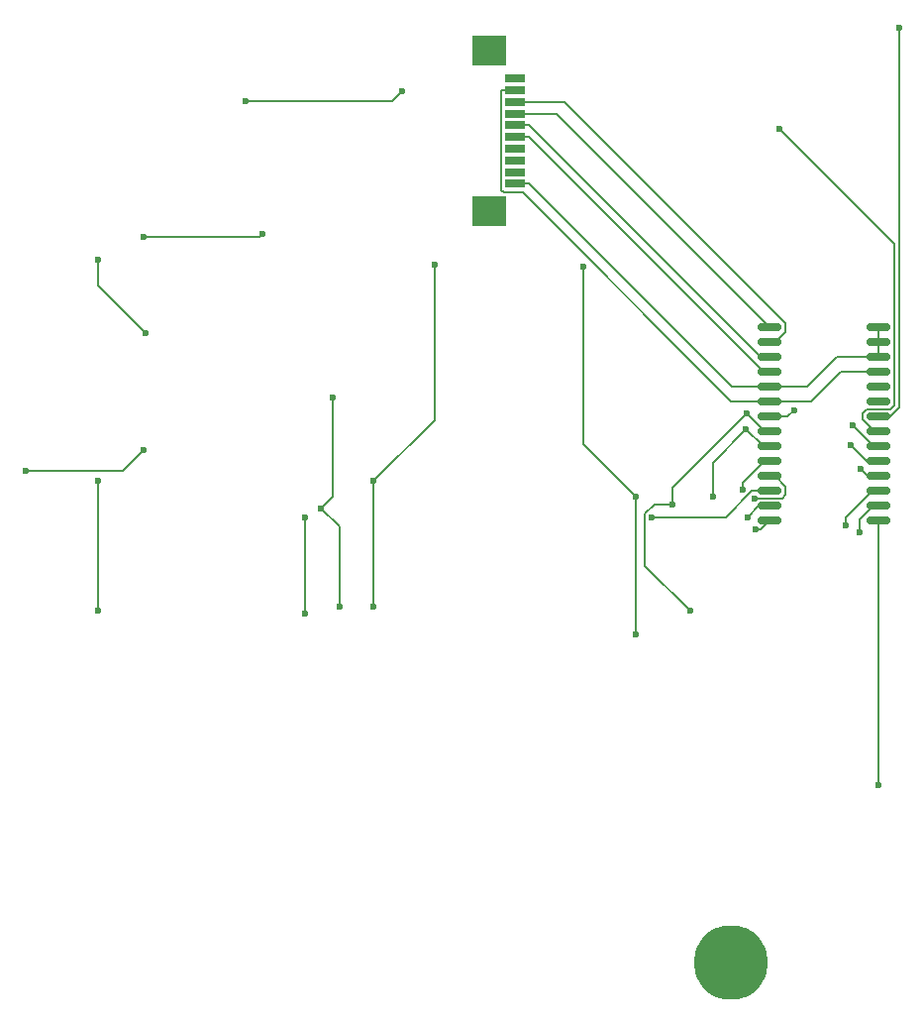
<source format=gbr>
%TF.GenerationSoftware,KiCad,Pcbnew,8.0.3-8.0.3-0~ubuntu22.04.1*%
%TF.CreationDate,2024-10-28T10:51:42+03:00*%
%TF.ProjectId,PM-Keybard,504d2d4b-6579-4626-9172-642e6b696361,rev?*%
%TF.SameCoordinates,Original*%
%TF.FileFunction,Copper,L2,Bot*%
%TF.FilePolarity,Positive*%
%FSLAX46Y46*%
G04 Gerber Fmt 4.6, Leading zero omitted, Abs format (unit mm)*
G04 Created by KiCad (PCBNEW 8.0.3-8.0.3-0~ubuntu22.04.1) date 2024-10-28 10:51:42*
%MOMM*%
%LPD*%
G01*
G04 APERTURE LIST*
G04 Aperture macros list*
%AMRoundRect*
0 Rectangle with rounded corners*
0 $1 Rounding radius*
0 $2 $3 $4 $5 $6 $7 $8 $9 X,Y pos of 4 corners*
0 Add a 4 corners polygon primitive as box body*
4,1,4,$2,$3,$4,$5,$6,$7,$8,$9,$2,$3,0*
0 Add four circle primitives for the rounded corners*
1,1,$1+$1,$2,$3*
1,1,$1+$1,$4,$5*
1,1,$1+$1,$6,$7*
1,1,$1+$1,$8,$9*
0 Add four rect primitives between the rounded corners*
20,1,$1+$1,$2,$3,$4,$5,0*
20,1,$1+$1,$4,$5,$6,$7,0*
20,1,$1+$1,$6,$7,$8,$9,0*
20,1,$1+$1,$8,$9,$2,$3,0*%
G04 Aperture macros list end*
%TA.AperFunction,ComponentPad*%
%ADD10O,6.350000X6.350000*%
%TD*%
%TA.AperFunction,SMDPad,CuDef*%
%ADD11RoundRect,0.150000X-0.875000X-0.150000X0.875000X-0.150000X0.875000X0.150000X-0.875000X0.150000X0*%
%TD*%
%TA.AperFunction,SMDPad,CuDef*%
%ADD12R,1.803400X0.635000*%
%TD*%
%TA.AperFunction,SMDPad,CuDef*%
%ADD13R,2.997200X2.590800*%
%TD*%
%TA.AperFunction,ViaPad*%
%ADD14C,0.600000*%
%TD*%
%TA.AperFunction,Conductor*%
%ADD15C,0.200000*%
%TD*%
G04 APERTURE END LIST*
D10*
%TO.P,PE1,1*%
%TO.N,unconnected-(PE1-Pad1)*%
X32000000Y-46000000D03*
%TD*%
D11*
%TO.P,U1,1,GPB0*%
%TO.N,/C0*%
X35350000Y-8255000D03*
%TO.P,U1,2,GPB1*%
%TO.N,/C1*%
X35350000Y-6985000D03*
%TO.P,U1,3,GPB2*%
%TO.N,/C2*%
X35350000Y-5715000D03*
%TO.P,U1,4,GPB3*%
%TO.N,/C3*%
X35350000Y-4445000D03*
%TO.P,U1,5,GPB4*%
%TO.N,/C4*%
X35350000Y-3175000D03*
%TO.P,U1,6,GPB5*%
%TO.N,/C5*%
X35350000Y-1905000D03*
%TO.P,U1,7,GPB6*%
%TO.N,/C6*%
X35350000Y-635000D03*
%TO.P,U1,8,GPB7*%
%TO.N,/C7*%
X35350000Y635000D03*
%TO.P,U1,9,VDD*%
%TO.N,+3.3V*%
X35350000Y1905000D03*
%TO.P,U1,10,VSS*%
%TO.N,GND*%
X35350000Y3175000D03*
%TO.P,U1,11,~{CS}*%
%TO.N,/CS*%
X35350000Y4445000D03*
%TO.P,U1,12,SCK*%
%TO.N,/SCK*%
X35350000Y5715000D03*
%TO.P,U1,13,SI*%
%TO.N,/MOSI*%
X35350000Y6985000D03*
%TO.P,U1,14,SO*%
%TO.N,/MISO*%
X35350000Y8255000D03*
%TO.P,U1,15,A0*%
%TO.N,GND*%
X44650000Y8255000D03*
%TO.P,U1,16,A1*%
X44650000Y6985000D03*
%TO.P,U1,17,A2*%
X44650000Y5715000D03*
%TO.P,U1,18,~{RESET}*%
%TO.N,+3.3V*%
X44650000Y4445000D03*
%TO.P,U1,19,INTB*%
%TO.N,unconnected-(U1-INTB-Pad19)*%
X44650000Y3175000D03*
%TO.P,U1,20,INTA*%
%TO.N,unconnected-(U1-INTA-Pad20)*%
X44650000Y1905000D03*
%TO.P,U1,21,GPA0*%
%TO.N,/R0*%
X44650000Y635000D03*
%TO.P,U1,22,GPA1*%
%TO.N,/R1*%
X44650000Y-635000D03*
%TO.P,U1,23,GPA2*%
%TO.N,/R2*%
X44650000Y-1905000D03*
%TO.P,U1,24,GPA3*%
%TO.N,/R3*%
X44650000Y-3175000D03*
%TO.P,U1,25,GPA4*%
%TO.N,/R4*%
X44650000Y-4445000D03*
%TO.P,U1,26,GPA5*%
%TO.N,/R5*%
X44650000Y-5715000D03*
%TO.P,U1,27,GPA6*%
%TO.N,/R6*%
X44650000Y-6985000D03*
%TO.P,U1,28,GPA7*%
%TO.N,/R7*%
X44650000Y-8255000D03*
%TD*%
D12*
%TO.P,J1,1,Pin_1*%
%TO.N,GND*%
X13556000Y20500009D03*
%TO.P,J1,2,Pin_2*%
%TO.N,unconnected-(J1-Pin_2-Pad2)*%
X13556000Y21500007D03*
%TO.P,J1,3,Pin_3*%
%TO.N,unconnected-(J1-Pin_3-Pad3)*%
X13556000Y22500005D03*
%TO.P,J1,4,Pin_4*%
%TO.N,unconnected-(J1-Pin_4-Pad4)*%
X13556000Y23500003D03*
%TO.P,J1,5,Pin_5*%
%TO.N,/CS*%
X13556000Y24500001D03*
%TO.P,J1,6,Pin_6*%
%TO.N,/SCK*%
X13556000Y25499999D03*
%TO.P,J1,7,Pin_7*%
%TO.N,/MISO*%
X13556000Y26499997D03*
%TO.P,J1,8,Pin_8*%
%TO.N,/MOSI*%
X13556000Y27499995D03*
%TO.P,J1,9,Pin_9*%
%TO.N,+3.3V*%
X13556000Y28499993D03*
%TO.P,J1,10,Pin_10*%
%TO.N,unconnected-(J1-Pin_10-Pad10)*%
X13556000Y29499991D03*
D13*
%TO.P,J1,11*%
%TO.N,N/C*%
X11385999Y18149998D03*
%TO.P,J1,12*%
X11385999Y31850002D03*
%TD*%
D14*
%TO.N,/R0*%
X46383700Y33824200D03*
%TO.N,/C0*%
X34168900Y-9034800D03*
%TO.N,/R1*%
X3900000Y28400000D03*
X36198900Y25160200D03*
X-9500000Y27600000D03*
%TO.N,/R2*%
X-8050400Y16229500D03*
X42400800Y-94500D03*
X-18177100Y15988900D03*
%TO.N,/R3*%
X-22058600Y14040800D03*
X42266000Y-1800200D03*
X-18000200Y7757800D03*
%TO.N,/R4*%
X-28289800Y-4008800D03*
X43095500Y-3807700D03*
X-18171900Y-2231300D03*
%TO.N,/R5*%
X41862500Y-8655200D03*
%TO.N,/R6*%
X43019500Y-9289200D03*
%TO.N,/R7*%
X44650000Y-30882200D03*
%TO.N,/C1*%
X-22058600Y-15951400D03*
X33422500Y-7959400D03*
X-22058600Y-4891800D03*
%TO.N,/C2*%
X-4411400Y-16192300D03*
X-4411400Y-7959400D03*
X25264800Y-7959400D03*
%TO.N,/C3*%
X-3000600Y-7216300D03*
X-2000000Y2226200D03*
X-1471800Y-15599800D03*
X34017000Y-6350000D03*
%TO.N,/C4*%
X33022600Y-5624300D03*
X6693800Y13624400D03*
X1471000Y-15601400D03*
X1471000Y-4894800D03*
%TO.N,/C5*%
X23897900Y-6241900D03*
X30458600Y-6253100D03*
X23897900Y-17956200D03*
X33310900Y-451600D03*
X19356700Y13439000D03*
%TO.N,/C6*%
X28509300Y-15963800D03*
X33339000Y902700D03*
X26988000Y-6875000D03*
%TO.N,/C7*%
X37389800Y1160000D03*
%TD*%
D15*
%TO.N,/R0*%
X44650000Y635000D02*
X45632300Y635000D01*
X46383700Y1386400D02*
X46383700Y33824200D01*
X45632300Y635000D02*
X46383700Y1386400D01*
%TO.N,/C0*%
X34570200Y-9034800D02*
X34168900Y-9034800D01*
X35350000Y-8255000D02*
X34570200Y-9034800D01*
%TO.N,/R1*%
X43584800Y1237300D02*
X45666600Y1237300D01*
X3057700Y27557700D02*
X3900000Y28400000D01*
X45666600Y1237300D02*
X45982000Y1552700D01*
X-9457700Y27557700D02*
X3057700Y27557700D01*
X-9500000Y27600000D02*
X-9457700Y27557700D01*
X44253400Y-635000D02*
X43251400Y367000D01*
X45982000Y15377100D02*
X36198900Y25160200D01*
X43251400Y903900D02*
X43584800Y1237300D01*
X43251400Y367000D02*
X43251400Y903900D01*
X45982000Y1552700D02*
X45982000Y15377100D01*
X44650000Y-635000D02*
X44253400Y-635000D01*
%TO.N,/R2*%
X44650000Y-1905000D02*
X44211300Y-1905000D01*
X44211300Y-1905000D02*
X42400800Y-94500D01*
X-8050400Y16229500D02*
X-8291000Y15988900D01*
X-8291000Y15988900D02*
X-18177100Y15988900D01*
%TO.N,/R3*%
X42266000Y-1800200D02*
X43640800Y-3175000D01*
X43640800Y-3175000D02*
X44650000Y-3175000D01*
X-22058600Y14040800D02*
X-22058600Y11816200D01*
X-22058600Y11816200D02*
X-18000200Y7757800D01*
%TO.N,/R4*%
X44650000Y-4445000D02*
X43732800Y-4445000D01*
X43732800Y-4445000D02*
X43095500Y-3807700D01*
X-18171900Y-2231300D02*
X-19949400Y-4008800D01*
X-19949400Y-4008800D02*
X-28289800Y-4008800D01*
%TO.N,/R5*%
X44650000Y-5715000D02*
X44129300Y-5715000D01*
X41862500Y-7981800D02*
X41862500Y-8655200D01*
X44129300Y-5715000D02*
X41862500Y-7981800D01*
%TO.N,/R6*%
X43019500Y-8205100D02*
X43019500Y-9289200D01*
X44650000Y-6985000D02*
X44239600Y-6985000D01*
X44239600Y-6985000D02*
X43019500Y-8205100D01*
%TO.N,/R7*%
X44650000Y-8255000D02*
X44650000Y-30882200D01*
%TO.N,/C1*%
X-22058600Y-15951400D02*
X-22058600Y-4891800D01*
X34396900Y-6985000D02*
X33422500Y-7959400D01*
X35350000Y-6985000D02*
X34396900Y-6985000D01*
%TO.N,/C2*%
X35350000Y-5715000D02*
X33792100Y-5715000D01*
X33792100Y-5715000D02*
X31547700Y-7959400D01*
X31547700Y-7959400D02*
X25264800Y-7959400D01*
X-4411400Y-16192300D02*
X-4411400Y-7959400D01*
%TO.N,+3.3V*%
X38902500Y1905000D02*
X35350000Y1905000D01*
X13556000Y28500000D02*
X12352600Y28500000D01*
X12584300Y19747100D02*
X12352600Y19978800D01*
X44650000Y4445000D02*
X41442500Y4445000D01*
X14206400Y19747100D02*
X12584300Y19747100D01*
X12352600Y19978800D02*
X12352600Y28500000D01*
X35350000Y1905000D02*
X32048500Y1905000D01*
X41442500Y4445000D02*
X38902500Y1905000D01*
X32048500Y1905000D02*
X14206400Y19747100D01*
%TO.N,GND*%
X13556000Y20500000D02*
X14759400Y20500000D01*
X35350000Y3175000D02*
X32084400Y3175000D01*
X38546400Y3175000D02*
X35350000Y3175000D01*
X44650000Y6985000D02*
X44650000Y8255000D01*
X41086400Y5715000D02*
X38546400Y3175000D01*
X44650000Y5715000D02*
X41086400Y5715000D01*
X32084400Y3175000D02*
X14759400Y20500000D01*
X44650000Y5715000D02*
X44650000Y6985000D01*
%TO.N,/SCK*%
X13556000Y25500000D02*
X14759400Y25500000D01*
X14759400Y25500000D02*
X34544400Y5715000D01*
X34544400Y5715000D02*
X35350000Y5715000D01*
%TO.N,/CS*%
X13556000Y24500000D02*
X14759400Y24500000D01*
X14759400Y24500000D02*
X34814400Y4445000D01*
X34814400Y4445000D02*
X35350000Y4445000D01*
%TO.N,/MOSI*%
X35808600Y6985000D02*
X36696100Y7872500D01*
X35350000Y6985000D02*
X35808600Y6985000D01*
X17793600Y27500000D02*
X13556000Y27500000D01*
X36696100Y8597500D02*
X17793600Y27500000D01*
X36696100Y7872500D02*
X36696100Y8597500D01*
%TO.N,/C3*%
X-2000000Y2226200D02*
X-2000000Y-6215700D01*
X-2000000Y-6215700D02*
X-3000600Y-7216300D01*
X36429800Y-6350000D02*
X34017000Y-6350000D01*
X-1471800Y-8745100D02*
X-1471800Y-15599800D01*
X35350000Y-4445000D02*
X35801100Y-4445000D01*
X36695300Y-5339200D02*
X36695300Y-6084500D01*
X35801100Y-4445000D02*
X36695300Y-5339200D01*
X-3000600Y-7216300D02*
X-1471800Y-8745100D01*
X36695300Y-6084500D02*
X36429800Y-6350000D01*
%TO.N,/MISO*%
X17105000Y26500000D02*
X35350000Y8255000D01*
X13556000Y26500000D02*
X17105000Y26500000D01*
%TO.N,/C4*%
X6693800Y328000D02*
X6693800Y13624400D01*
X33022600Y-5066000D02*
X33022600Y-5624300D01*
X34913600Y-3175000D02*
X33022600Y-5066000D01*
X1471000Y-4894800D02*
X6693800Y328000D01*
X35350000Y-3175000D02*
X34913600Y-3175000D01*
X1471000Y-4894800D02*
X1471000Y-15601400D01*
%TO.N,/C5*%
X35350000Y-1905000D02*
X34764300Y-1905000D01*
X34764300Y-1905000D02*
X33310900Y-451600D01*
X23897900Y-6241900D02*
X23897900Y-17956200D01*
X30458600Y-3303900D02*
X30458600Y-6253100D01*
X19356700Y-1700700D02*
X19356700Y13439000D01*
X33310900Y-451600D02*
X30458600Y-3303900D01*
X23897900Y-6241900D02*
X19356700Y-1700700D01*
%TO.N,/C6*%
X34876700Y-635000D02*
X33339000Y902700D01*
X35350000Y-635000D02*
X34876700Y-635000D01*
X25453200Y-6875000D02*
X24660100Y-7668100D01*
X24660100Y-7668100D02*
X24660100Y-12114600D01*
X24660100Y-12114600D02*
X28509300Y-15963800D01*
X26988000Y-5448300D02*
X26988000Y-6875000D01*
X33339000Y902700D02*
X26988000Y-5448300D01*
X26988000Y-6875000D02*
X25453200Y-6875000D01*
%TO.N,/C7*%
X35350000Y635000D02*
X36864800Y635000D01*
X36864800Y635000D02*
X37389800Y1160000D01*
%TD*%
M02*

</source>
